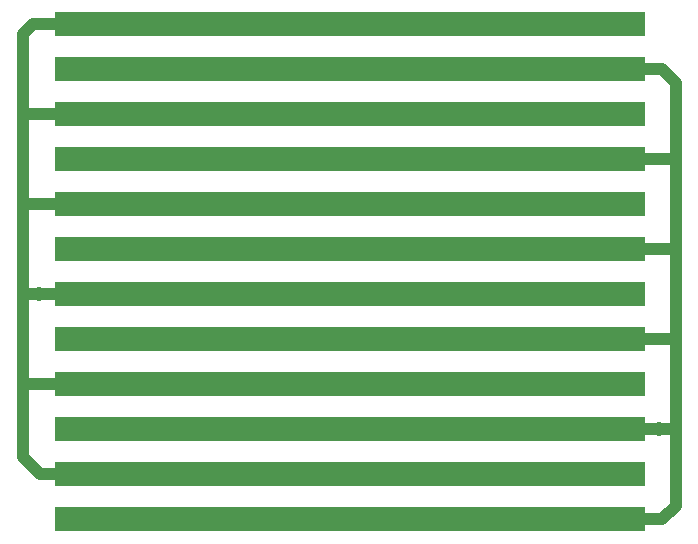
<source format=gbl>
G04 #@! TF.FileFunction,Copper,L2,Bot,Signal*
%FSLAX46Y46*%
G04 Gerber Fmt 4.6, Leading zero omitted, Abs format (unit mm)*
G04 Created by KiCad (PCBNEW 4.0.7) date 10/30/17 13:40:03*
%MOMM*%
%LPD*%
G01*
G04 APERTURE LIST*
%ADD10C,0.100000*%
%ADD11R,50.000000X2.000000*%
%ADD12C,1.200000*%
%ADD13C,1.000000*%
G04 APERTURE END LIST*
D10*
D11*
X153600000Y-73240000D03*
X153600000Y-115150000D03*
X153600000Y-111340000D03*
X153600000Y-77050000D03*
X153600000Y-80860000D03*
X153600000Y-84670000D03*
X153600000Y-88480000D03*
X153600000Y-92290000D03*
X153600000Y-96100000D03*
X153600000Y-99910000D03*
X153600000Y-103720000D03*
X153600000Y-107530000D03*
D12*
X127300000Y-96100000D03*
X179800000Y-107530000D03*
D13*
X153600000Y-103720000D02*
X125900000Y-103720000D01*
X125900000Y-103720000D02*
X125900000Y-103700000D01*
X153600000Y-96100000D02*
X127300000Y-96100000D01*
X127300000Y-96100000D02*
X125900000Y-96100000D01*
X153600000Y-88480000D02*
X125900000Y-88480000D01*
X125900000Y-88480000D02*
X125900000Y-88500000D01*
X153600000Y-80860000D02*
X125900000Y-80860000D01*
X125900000Y-80860000D02*
X125900000Y-80800000D01*
X153600000Y-73240000D02*
X126760000Y-73240000D01*
X127340000Y-111340000D02*
X153600000Y-111340000D01*
X125900000Y-109900000D02*
X127340000Y-111340000D01*
X125900000Y-74100000D02*
X125900000Y-80800000D01*
X125900000Y-80800000D02*
X125900000Y-88500000D01*
X125900000Y-88500000D02*
X125900000Y-96100000D01*
X125900000Y-96100000D02*
X125900000Y-96700000D01*
X125900000Y-96700000D02*
X125900000Y-103700000D01*
X125900000Y-103700000D02*
X125900000Y-109900000D01*
X126760000Y-73240000D02*
X125900000Y-74100000D01*
X153600000Y-84670000D02*
X181130000Y-84670000D01*
X181130000Y-84670000D02*
X181200000Y-84600000D01*
X153600000Y-92290000D02*
X181200000Y-92290000D01*
X181200000Y-92290000D02*
X181200000Y-92300000D01*
X153600000Y-99910000D02*
X179600000Y-99910000D01*
X179600000Y-99910000D02*
X181200000Y-99910000D01*
X181200000Y-99910000D02*
X181200000Y-100000000D01*
X153600000Y-107530000D02*
X179800000Y-107530000D01*
X179800000Y-107530000D02*
X181200000Y-107530000D01*
X181200000Y-107530000D02*
X181200000Y-107500000D01*
X153600000Y-77050000D02*
X180050000Y-77050000D01*
X180050000Y-115150000D02*
X153600000Y-115150000D01*
X181200000Y-108600000D02*
X181200000Y-114000000D01*
X181200000Y-114000000D02*
X180050000Y-115150000D01*
X181200000Y-78200000D02*
X181200000Y-84600000D01*
X181200000Y-84600000D02*
X181200000Y-92300000D01*
X181200000Y-92300000D02*
X181200000Y-97200000D01*
X181200000Y-97200000D02*
X181200000Y-100000000D01*
X181200000Y-100000000D02*
X181200000Y-107500000D01*
X181200000Y-107500000D02*
X181200000Y-108600000D01*
X180050000Y-77050000D02*
X181200000Y-78200000D01*
M02*

</source>
